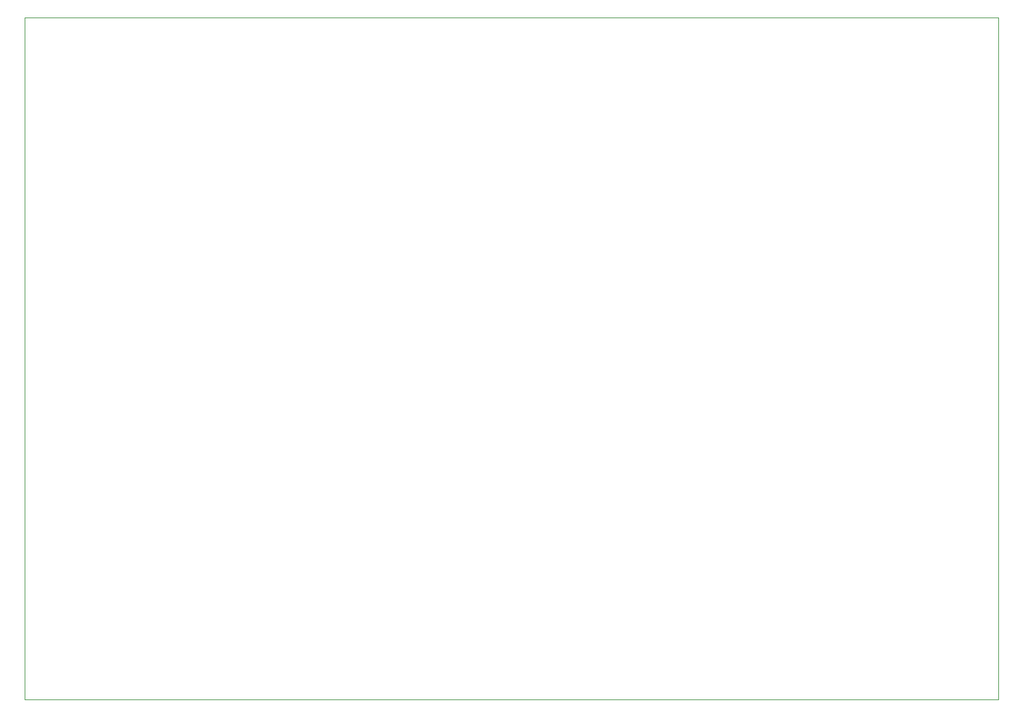
<source format=gbr>
G04 #@! TF.GenerationSoftware,KiCad,Pcbnew,(5.0.0)*
G04 #@! TF.CreationDate,2019-04-13T23:19:49+01:00*
G04 #@! TF.ProjectId,LS Tester,4C53205465737465722E6B696361645F,rev?*
G04 #@! TF.SameCoordinates,Original*
G04 #@! TF.FileFunction,Profile,NP*
%FSLAX46Y46*%
G04 Gerber Fmt 4.6, Leading zero omitted, Abs format (unit mm)*
G04 Created by KiCad (PCBNEW (5.0.0)) date 04/13/19 23:19:49*
%MOMM*%
%LPD*%
G01*
G04 APERTURE LIST*
%ADD10C,0.100000*%
G04 APERTURE END LIST*
D10*
X101600000Y-55880000D02*
X101600000Y-144780000D01*
X228600000Y-144780000D02*
X101600000Y-144780000D01*
X228600000Y-55880000D02*
X228600000Y-144780000D01*
X101600000Y-55880000D02*
X228600000Y-55880000D01*
M02*

</source>
